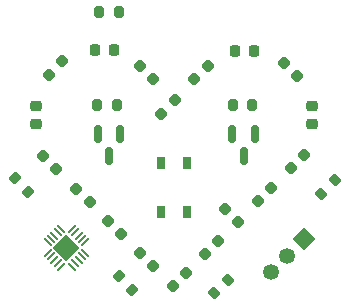
<source format=gbr>
%TF.GenerationSoftware,KiCad,Pcbnew,7.0.7*%
%TF.CreationDate,2024-04-02T17:30:46-04:00*%
%TF.ProjectId,battery_leds,62617474-6572-4795-9f6c-6564732e6b69,rev?*%
%TF.SameCoordinates,Original*%
%TF.FileFunction,Soldermask,Top*%
%TF.FilePolarity,Negative*%
%FSLAX46Y46*%
G04 Gerber Fmt 4.6, Leading zero omitted, Abs format (unit mm)*
G04 Created by KiCad (PCBNEW 7.0.7) date 2024-04-02 17:30:46*
%MOMM*%
%LPD*%
G01*
G04 APERTURE LIST*
G04 Aperture macros list*
%AMRoundRect*
0 Rectangle with rounded corners*
0 $1 Rounding radius*
0 $2 $3 $4 $5 $6 $7 $8 $9 X,Y pos of 4 corners*
0 Add a 4 corners polygon primitive as box body*
4,1,4,$2,$3,$4,$5,$6,$7,$8,$9,$2,$3,0*
0 Add four circle primitives for the rounded corners*
1,1,$1+$1,$2,$3*
1,1,$1+$1,$4,$5*
1,1,$1+$1,$6,$7*
1,1,$1+$1,$8,$9*
0 Add four rect primitives between the rounded corners*
20,1,$1+$1,$2,$3,$4,$5,0*
20,1,$1+$1,$4,$5,$6,$7,0*
20,1,$1+$1,$6,$7,$8,$9,0*
20,1,$1+$1,$8,$9,$2,$3,0*%
%AMHorizOval*
0 Thick line with rounded ends*
0 $1 width*
0 $2 $3 position (X,Y) of the first rounded end (center of the circle)*
0 $4 $5 position (X,Y) of the second rounded end (center of the circle)*
0 Add line between two ends*
20,1,$1,$2,$3,$4,$5,0*
0 Add two circle primitives to create the rounded ends*
1,1,$1,$2,$3*
1,1,$1,$4,$5*%
%AMRotRect*
0 Rectangle, with rotation*
0 The origin of the aperture is its center*
0 $1 length*
0 $2 width*
0 $3 Rotation angle, in degrees counterclockwise*
0 Add horizontal line*
21,1,$1,$2,0,0,$3*%
G04 Aperture macros list end*
%ADD10RoundRect,0.200000X0.335876X0.053033X0.053033X0.335876X-0.335876X-0.053033X-0.053033X-0.335876X0*%
%ADD11RoundRect,0.150000X-0.150000X0.587500X-0.150000X-0.587500X0.150000X-0.587500X0.150000X0.587500X0*%
%ADD12RoundRect,0.218750X-0.218750X-0.256250X0.218750X-0.256250X0.218750X0.256250X-0.218750X0.256250X0*%
%ADD13RotRect,1.350000X1.350000X315.000000*%
%ADD14HorizOval,1.350000X0.000000X0.000000X0.000000X0.000000X0*%
%ADD15RoundRect,0.218750X-0.335876X-0.026517X-0.026517X-0.335876X0.335876X0.026517X0.026517X0.335876X0*%
%ADD16RoundRect,0.218750X0.256250X-0.218750X0.256250X0.218750X-0.256250X0.218750X-0.256250X-0.218750X0*%
%ADD17RoundRect,0.218750X0.335876X0.026517X0.026517X0.335876X-0.335876X-0.026517X-0.026517X-0.335876X0*%
%ADD18RoundRect,0.218750X-0.026517X0.335876X-0.335876X0.026517X0.026517X-0.335876X0.335876X-0.026517X0*%
%ADD19RoundRect,0.218750X0.026517X-0.335876X0.335876X-0.026517X-0.026517X0.335876X-0.335876X0.026517X0*%
%ADD20RoundRect,0.200000X0.200000X0.275000X-0.200000X0.275000X-0.200000X-0.275000X0.200000X-0.275000X0*%
%ADD21RoundRect,0.218750X-0.256250X0.218750X-0.256250X-0.218750X0.256250X-0.218750X0.256250X0.218750X0*%
%ADD22RoundRect,0.050000X-0.229810X-0.300520X0.300520X0.229810X0.229810X0.300520X-0.300520X-0.229810X0*%
%ADD23RoundRect,0.050000X0.229810X-0.300520X0.300520X-0.229810X-0.229810X0.300520X-0.300520X0.229810X0*%
%ADD24RotRect,1.650000X1.650000X45.000000*%
%ADD25RoundRect,0.200000X-0.053033X0.335876X-0.335876X0.053033X0.053033X-0.335876X0.335876X-0.053033X0*%
%ADD26R,0.650000X1.050000*%
G04 APERTURE END LIST*
D10*
%TO.C,R1*%
X135133364Y-100420864D03*
X133966638Y-99254138D03*
%TD*%
D11*
%TO.C,Q2*%
X142900001Y-95500001D03*
X141000001Y-95500001D03*
X141950001Y-97375001D03*
%TD*%
D12*
%TO.C,D2*%
X140762501Y-88437501D03*
X142337501Y-88437501D03*
%TD*%
D13*
%TO.C,J1*%
X158464215Y-104423287D03*
D14*
X157050001Y-105837501D03*
X155635788Y-107251714D03*
%TD*%
D15*
%TO.C,D1*%
X144593154Y-89780654D03*
X145706848Y-90894348D03*
%TD*%
D11*
%TO.C,Q1*%
X154300001Y-95500001D03*
X152400001Y-95500001D03*
X153350001Y-97375001D03*
%TD*%
D16*
%TO.C,D17*%
X159150001Y-94725001D03*
X159150001Y-93150001D03*
%TD*%
D15*
%TO.C,D13*%
X151793154Y-101880654D03*
X152906848Y-102994348D03*
%TD*%
D17*
%TO.C,D5*%
X137506848Y-98494348D03*
X136393154Y-97380654D03*
%TD*%
D18*
%TO.C,D12*%
X151206848Y-104580654D03*
X150093154Y-105694348D03*
%TD*%
%TO.C,D3*%
X138006848Y-89380654D03*
X136893154Y-90494348D03*
%TD*%
D19*
%TO.C,D18*%
X149193154Y-90894348D03*
X150306848Y-89780654D03*
%TD*%
D17*
%TO.C,D10*%
X143006848Y-103994348D03*
X141893154Y-102880654D03*
%TD*%
D20*
%TO.C,R15*%
X142600003Y-93037501D03*
X140950003Y-93037501D03*
%TD*%
D17*
%TO.C,D6*%
X140306848Y-101294348D03*
X139193154Y-100180654D03*
%TD*%
D21*
%TO.C,D4*%
X135750001Y-93150001D03*
X135750001Y-94725001D03*
%TD*%
D17*
%TO.C,D19*%
X157906848Y-90594348D03*
X156793154Y-89480654D03*
%TD*%
D19*
%TO.C,D14*%
X154593154Y-101194348D03*
X155706848Y-100080654D03*
%TD*%
%TO.C,D20*%
X146393154Y-93794348D03*
X147506848Y-92680654D03*
%TD*%
D20*
%TO.C,R4*%
X142775001Y-85237501D03*
X141125001Y-85237501D03*
%TD*%
D12*
%TO.C,D7*%
X152662501Y-88537501D03*
X154237501Y-88537501D03*
%TD*%
D22*
%TO.C,U1*%
X136759011Y-105617292D03*
X137041853Y-105900135D03*
X137324696Y-106182978D03*
X137607539Y-106465821D03*
X137890382Y-106748663D03*
D23*
X138809620Y-106748663D03*
X139092463Y-106465821D03*
X139375306Y-106182978D03*
X139658149Y-105900135D03*
X139940991Y-105617292D03*
D22*
X139940991Y-104698054D03*
X139658149Y-104415211D03*
X139375306Y-104132368D03*
X139092463Y-103849525D03*
X138809620Y-103566683D03*
D23*
X137890382Y-103566683D03*
X137607539Y-103849525D03*
X137324696Y-104132368D03*
X137041853Y-104415211D03*
X136759011Y-104698054D03*
D24*
X138350001Y-105157673D03*
%TD*%
D19*
%TO.C,D16*%
X157393154Y-98394348D03*
X158506848Y-97280654D03*
%TD*%
D20*
%TO.C,R6*%
X154104290Y-93061650D03*
X152454290Y-93061650D03*
%TD*%
D25*
%TO.C,R3*%
X152033364Y-107854138D03*
X150866638Y-109020864D03*
%TD*%
%TO.C,R2*%
X161050001Y-99437501D03*
X159883275Y-100604227D03*
%TD*%
D18*
%TO.C,D11*%
X148506848Y-107280654D03*
X147393154Y-108394348D03*
%TD*%
D26*
%TO.C,SW2*%
X148525001Y-97962501D03*
X148525001Y-102112501D03*
X146375001Y-97962501D03*
X146375001Y-102112501D03*
%TD*%
D17*
%TO.C,D15*%
X145706848Y-106694348D03*
X144593154Y-105580654D03*
%TD*%
D10*
%TO.C,R5*%
X143933364Y-108720864D03*
X142766638Y-107554138D03*
%TD*%
M02*

</source>
